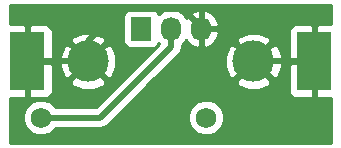
<source format=gbl>
G04 #@! TF.FileFunction,Copper,L2,Bot,Signal*
%FSLAX46Y46*%
G04 Gerber Fmt 4.6, Leading zero omitted, Abs format (unit mm)*
G04 Created by KiCad (PCBNEW (2016-02-15 BZR 6559)-product) date Tuesday, 23 February 2016 'pmt' 19:43:13*
%MOMM*%
G01*
G04 APERTURE LIST*
%ADD10C,0.100000*%
%ADD11C,3.500000*%
%ADD12C,1.750000*%
%ADD13R,3.000000X5.000000*%
%ADD14R,1.727200X2.032000*%
%ADD15O,1.727200X2.032000*%
%ADD16C,0.508000*%
%ADD17C,0.254000*%
G04 APERTURE END LIST*
D10*
D11*
X140773974Y-105468631D03*
X126773974Y-105468631D03*
D12*
X136773974Y-110218631D03*
X122773974Y-110218631D03*
D13*
X145923974Y-105468631D03*
X121623974Y-105468631D03*
D14*
X131260000Y-102700000D03*
D15*
X133800000Y-102700000D03*
X136340000Y-102700000D03*
D16*
X136340000Y-102700000D02*
X136340000Y-102547600D01*
X136340000Y-102547600D02*
X134792400Y-101000000D01*
X134792400Y-101000000D02*
X129500000Y-101000000D01*
X129500000Y-101000000D02*
X126773974Y-103726026D01*
X126773974Y-103726026D02*
X126773974Y-105468631D01*
X126773974Y-105468631D02*
X121623974Y-105468631D01*
X140773974Y-105468631D02*
X143248847Y-105468631D01*
X143248847Y-105468631D02*
X145923974Y-105468631D01*
X136340000Y-102700000D02*
X138005343Y-102700000D01*
X138005343Y-102700000D02*
X140773974Y-105468631D01*
X133800000Y-102700000D02*
X133800000Y-104224000D01*
X127805369Y-110218631D02*
X124011410Y-110218631D01*
X133800000Y-104224000D02*
X127805369Y-110218631D01*
X124011410Y-110218631D02*
X122773974Y-110218631D01*
D17*
G36*
X147373000Y-102333631D02*
X146209724Y-102333631D01*
X146050974Y-102492381D01*
X146050974Y-105341631D01*
X146070974Y-105341631D01*
X146070974Y-105595631D01*
X146050974Y-105595631D01*
X146050974Y-108444881D01*
X146209724Y-108603631D01*
X147373000Y-108603631D01*
X147373000Y-112373000D01*
X120127000Y-112373000D01*
X120127000Y-110517671D01*
X121263712Y-110517671D01*
X121493112Y-111072860D01*
X121917511Y-111498001D01*
X122472299Y-111728369D01*
X123073014Y-111728893D01*
X123628203Y-111499493D01*
X124020750Y-111107631D01*
X127805369Y-111107631D01*
X128145575Y-111039960D01*
X128433987Y-110847249D01*
X128763565Y-110517671D01*
X135263712Y-110517671D01*
X135493112Y-111072860D01*
X135917511Y-111498001D01*
X136472299Y-111728369D01*
X137073014Y-111728893D01*
X137628203Y-111499493D01*
X138053344Y-111075094D01*
X138283712Y-110520306D01*
X138284236Y-109919591D01*
X138054836Y-109364402D01*
X137630437Y-108939261D01*
X137075649Y-108708893D01*
X136474934Y-108708369D01*
X135919745Y-108937769D01*
X135494604Y-109362168D01*
X135264236Y-109916956D01*
X135263712Y-110517671D01*
X128763565Y-110517671D01*
X132118077Y-107163159D01*
X139259051Y-107163159D01*
X139449338Y-107507902D01*
X140330565Y-107859587D01*
X141279297Y-107847272D01*
X142098610Y-107507902D01*
X142288897Y-107163159D01*
X140773974Y-105648236D01*
X139259051Y-107163159D01*
X132118077Y-107163159D01*
X134256014Y-105025222D01*
X138383018Y-105025222D01*
X138395333Y-105973954D01*
X138734703Y-106793267D01*
X139079446Y-106983554D01*
X140594369Y-105468631D01*
X140953579Y-105468631D01*
X142468502Y-106983554D01*
X142813245Y-106793267D01*
X143164930Y-105912040D01*
X143162884Y-105754381D01*
X143788974Y-105754381D01*
X143788974Y-108094941D01*
X143885647Y-108328330D01*
X144064276Y-108506958D01*
X144297665Y-108603631D01*
X145638224Y-108603631D01*
X145796974Y-108444881D01*
X145796974Y-105595631D01*
X143947724Y-105595631D01*
X143788974Y-105754381D01*
X143162884Y-105754381D01*
X143152615Y-104963308D01*
X142813245Y-104143995D01*
X142468502Y-103953708D01*
X140953579Y-105468631D01*
X140594369Y-105468631D01*
X139079446Y-103953708D01*
X138734703Y-104143995D01*
X138383018Y-105025222D01*
X134256014Y-105025222D01*
X134428618Y-104852618D01*
X134621329Y-104564206D01*
X134689000Y-104224000D01*
X134689000Y-104058453D01*
X134859670Y-103944415D01*
X135066461Y-103634931D01*
X135437964Y-104050732D01*
X135965209Y-104304709D01*
X135980974Y-104307358D01*
X136213000Y-104186217D01*
X136213000Y-102827000D01*
X136467000Y-102827000D01*
X136467000Y-104186217D01*
X136699026Y-104307358D01*
X136714791Y-104304709D01*
X137242036Y-104050732D01*
X137489193Y-103774103D01*
X139259051Y-103774103D01*
X140773974Y-105289026D01*
X142288897Y-103774103D01*
X142098610Y-103429360D01*
X141217383Y-103077675D01*
X140268651Y-103089990D01*
X139449338Y-103429360D01*
X139259051Y-103774103D01*
X137489193Y-103774103D01*
X137631954Y-103614320D01*
X137825184Y-103061913D01*
X137690333Y-102842321D01*
X143788974Y-102842321D01*
X143788974Y-105182881D01*
X143947724Y-105341631D01*
X145796974Y-105341631D01*
X145796974Y-102492381D01*
X145638224Y-102333631D01*
X144297665Y-102333631D01*
X144064276Y-102430304D01*
X143885647Y-102608932D01*
X143788974Y-102842321D01*
X137690333Y-102842321D01*
X137680924Y-102827000D01*
X136467000Y-102827000D01*
X136213000Y-102827000D01*
X136193000Y-102827000D01*
X136193000Y-102573000D01*
X136213000Y-102573000D01*
X136213000Y-101213783D01*
X136467000Y-101213783D01*
X136467000Y-102573000D01*
X137680924Y-102573000D01*
X137825184Y-102338087D01*
X137631954Y-101785680D01*
X137242036Y-101349268D01*
X136714791Y-101095291D01*
X136699026Y-101092642D01*
X136467000Y-101213783D01*
X136213000Y-101213783D01*
X135980974Y-101092642D01*
X135965209Y-101095291D01*
X135437964Y-101349268D01*
X135066461Y-101765069D01*
X134859670Y-101455585D01*
X134373489Y-101130729D01*
X133800000Y-101016655D01*
X133226511Y-101130729D01*
X132740330Y-101455585D01*
X132728984Y-101472566D01*
X132721757Y-101436235D01*
X132581409Y-101226191D01*
X132371365Y-101085843D01*
X132123600Y-101036560D01*
X130396400Y-101036560D01*
X130148635Y-101085843D01*
X129938591Y-101226191D01*
X129798243Y-101436235D01*
X129748960Y-101684000D01*
X129748960Y-103716000D01*
X129798243Y-103963765D01*
X129938591Y-104173809D01*
X130148635Y-104314157D01*
X130396400Y-104363440D01*
X132123600Y-104363440D01*
X132371365Y-104314157D01*
X132581409Y-104173809D01*
X132721757Y-103963765D01*
X132728984Y-103927434D01*
X132740330Y-103944415D01*
X132789497Y-103977267D01*
X127437133Y-109329631D01*
X124020126Y-109329631D01*
X123630437Y-108939261D01*
X123075649Y-108708893D01*
X122474934Y-108708369D01*
X121919745Y-108937769D01*
X121494604Y-109362168D01*
X121264236Y-109916956D01*
X121263712Y-110517671D01*
X120127000Y-110517671D01*
X120127000Y-108603631D01*
X121338224Y-108603631D01*
X121496974Y-108444881D01*
X121496974Y-105595631D01*
X121750974Y-105595631D01*
X121750974Y-108444881D01*
X121909724Y-108603631D01*
X123250283Y-108603631D01*
X123483672Y-108506958D01*
X123662301Y-108328330D01*
X123758974Y-108094941D01*
X123758974Y-107163159D01*
X125259051Y-107163159D01*
X125449338Y-107507902D01*
X126330565Y-107859587D01*
X127279297Y-107847272D01*
X128098610Y-107507902D01*
X128288897Y-107163159D01*
X126773974Y-105648236D01*
X125259051Y-107163159D01*
X123758974Y-107163159D01*
X123758974Y-105754381D01*
X123600224Y-105595631D01*
X121750974Y-105595631D01*
X121496974Y-105595631D01*
X121476974Y-105595631D01*
X121476974Y-105341631D01*
X121496974Y-105341631D01*
X121496974Y-102492381D01*
X121750974Y-102492381D01*
X121750974Y-105341631D01*
X123600224Y-105341631D01*
X123758974Y-105182881D01*
X123758974Y-105025222D01*
X124383018Y-105025222D01*
X124395333Y-105973954D01*
X124734703Y-106793267D01*
X125079446Y-106983554D01*
X126594369Y-105468631D01*
X126953579Y-105468631D01*
X128468502Y-106983554D01*
X128813245Y-106793267D01*
X129164930Y-105912040D01*
X129152615Y-104963308D01*
X128813245Y-104143995D01*
X128468502Y-103953708D01*
X126953579Y-105468631D01*
X126594369Y-105468631D01*
X125079446Y-103953708D01*
X124734703Y-104143995D01*
X124383018Y-105025222D01*
X123758974Y-105025222D01*
X123758974Y-103774103D01*
X125259051Y-103774103D01*
X126773974Y-105289026D01*
X128288897Y-103774103D01*
X128098610Y-103429360D01*
X127217383Y-103077675D01*
X126268651Y-103089990D01*
X125449338Y-103429360D01*
X125259051Y-103774103D01*
X123758974Y-103774103D01*
X123758974Y-102842321D01*
X123662301Y-102608932D01*
X123483672Y-102430304D01*
X123250283Y-102333631D01*
X121909724Y-102333631D01*
X121750974Y-102492381D01*
X121496974Y-102492381D01*
X121338224Y-102333631D01*
X120127000Y-102333631D01*
X120127000Y-100710000D01*
X147373000Y-100710000D01*
X147373000Y-102333631D01*
X147373000Y-102333631D01*
G37*
X147373000Y-102333631D02*
X146209724Y-102333631D01*
X146050974Y-102492381D01*
X146050974Y-105341631D01*
X146070974Y-105341631D01*
X146070974Y-105595631D01*
X146050974Y-105595631D01*
X146050974Y-108444881D01*
X146209724Y-108603631D01*
X147373000Y-108603631D01*
X147373000Y-112373000D01*
X120127000Y-112373000D01*
X120127000Y-110517671D01*
X121263712Y-110517671D01*
X121493112Y-111072860D01*
X121917511Y-111498001D01*
X122472299Y-111728369D01*
X123073014Y-111728893D01*
X123628203Y-111499493D01*
X124020750Y-111107631D01*
X127805369Y-111107631D01*
X128145575Y-111039960D01*
X128433987Y-110847249D01*
X128763565Y-110517671D01*
X135263712Y-110517671D01*
X135493112Y-111072860D01*
X135917511Y-111498001D01*
X136472299Y-111728369D01*
X137073014Y-111728893D01*
X137628203Y-111499493D01*
X138053344Y-111075094D01*
X138283712Y-110520306D01*
X138284236Y-109919591D01*
X138054836Y-109364402D01*
X137630437Y-108939261D01*
X137075649Y-108708893D01*
X136474934Y-108708369D01*
X135919745Y-108937769D01*
X135494604Y-109362168D01*
X135264236Y-109916956D01*
X135263712Y-110517671D01*
X128763565Y-110517671D01*
X132118077Y-107163159D01*
X139259051Y-107163159D01*
X139449338Y-107507902D01*
X140330565Y-107859587D01*
X141279297Y-107847272D01*
X142098610Y-107507902D01*
X142288897Y-107163159D01*
X140773974Y-105648236D01*
X139259051Y-107163159D01*
X132118077Y-107163159D01*
X134256014Y-105025222D01*
X138383018Y-105025222D01*
X138395333Y-105973954D01*
X138734703Y-106793267D01*
X139079446Y-106983554D01*
X140594369Y-105468631D01*
X140953579Y-105468631D01*
X142468502Y-106983554D01*
X142813245Y-106793267D01*
X143164930Y-105912040D01*
X143162884Y-105754381D01*
X143788974Y-105754381D01*
X143788974Y-108094941D01*
X143885647Y-108328330D01*
X144064276Y-108506958D01*
X144297665Y-108603631D01*
X145638224Y-108603631D01*
X145796974Y-108444881D01*
X145796974Y-105595631D01*
X143947724Y-105595631D01*
X143788974Y-105754381D01*
X143162884Y-105754381D01*
X143152615Y-104963308D01*
X142813245Y-104143995D01*
X142468502Y-103953708D01*
X140953579Y-105468631D01*
X140594369Y-105468631D01*
X139079446Y-103953708D01*
X138734703Y-104143995D01*
X138383018Y-105025222D01*
X134256014Y-105025222D01*
X134428618Y-104852618D01*
X134621329Y-104564206D01*
X134689000Y-104224000D01*
X134689000Y-104058453D01*
X134859670Y-103944415D01*
X135066461Y-103634931D01*
X135437964Y-104050732D01*
X135965209Y-104304709D01*
X135980974Y-104307358D01*
X136213000Y-104186217D01*
X136213000Y-102827000D01*
X136467000Y-102827000D01*
X136467000Y-104186217D01*
X136699026Y-104307358D01*
X136714791Y-104304709D01*
X137242036Y-104050732D01*
X137489193Y-103774103D01*
X139259051Y-103774103D01*
X140773974Y-105289026D01*
X142288897Y-103774103D01*
X142098610Y-103429360D01*
X141217383Y-103077675D01*
X140268651Y-103089990D01*
X139449338Y-103429360D01*
X139259051Y-103774103D01*
X137489193Y-103774103D01*
X137631954Y-103614320D01*
X137825184Y-103061913D01*
X137690333Y-102842321D01*
X143788974Y-102842321D01*
X143788974Y-105182881D01*
X143947724Y-105341631D01*
X145796974Y-105341631D01*
X145796974Y-102492381D01*
X145638224Y-102333631D01*
X144297665Y-102333631D01*
X144064276Y-102430304D01*
X143885647Y-102608932D01*
X143788974Y-102842321D01*
X137690333Y-102842321D01*
X137680924Y-102827000D01*
X136467000Y-102827000D01*
X136213000Y-102827000D01*
X136193000Y-102827000D01*
X136193000Y-102573000D01*
X136213000Y-102573000D01*
X136213000Y-101213783D01*
X136467000Y-101213783D01*
X136467000Y-102573000D01*
X137680924Y-102573000D01*
X137825184Y-102338087D01*
X137631954Y-101785680D01*
X137242036Y-101349268D01*
X136714791Y-101095291D01*
X136699026Y-101092642D01*
X136467000Y-101213783D01*
X136213000Y-101213783D01*
X135980974Y-101092642D01*
X135965209Y-101095291D01*
X135437964Y-101349268D01*
X135066461Y-101765069D01*
X134859670Y-101455585D01*
X134373489Y-101130729D01*
X133800000Y-101016655D01*
X133226511Y-101130729D01*
X132740330Y-101455585D01*
X132728984Y-101472566D01*
X132721757Y-101436235D01*
X132581409Y-101226191D01*
X132371365Y-101085843D01*
X132123600Y-101036560D01*
X130396400Y-101036560D01*
X130148635Y-101085843D01*
X129938591Y-101226191D01*
X129798243Y-101436235D01*
X129748960Y-101684000D01*
X129748960Y-103716000D01*
X129798243Y-103963765D01*
X129938591Y-104173809D01*
X130148635Y-104314157D01*
X130396400Y-104363440D01*
X132123600Y-104363440D01*
X132371365Y-104314157D01*
X132581409Y-104173809D01*
X132721757Y-103963765D01*
X132728984Y-103927434D01*
X132740330Y-103944415D01*
X132789497Y-103977267D01*
X127437133Y-109329631D01*
X124020126Y-109329631D01*
X123630437Y-108939261D01*
X123075649Y-108708893D01*
X122474934Y-108708369D01*
X121919745Y-108937769D01*
X121494604Y-109362168D01*
X121264236Y-109916956D01*
X121263712Y-110517671D01*
X120127000Y-110517671D01*
X120127000Y-108603631D01*
X121338224Y-108603631D01*
X121496974Y-108444881D01*
X121496974Y-105595631D01*
X121750974Y-105595631D01*
X121750974Y-108444881D01*
X121909724Y-108603631D01*
X123250283Y-108603631D01*
X123483672Y-108506958D01*
X123662301Y-108328330D01*
X123758974Y-108094941D01*
X123758974Y-107163159D01*
X125259051Y-107163159D01*
X125449338Y-107507902D01*
X126330565Y-107859587D01*
X127279297Y-107847272D01*
X128098610Y-107507902D01*
X128288897Y-107163159D01*
X126773974Y-105648236D01*
X125259051Y-107163159D01*
X123758974Y-107163159D01*
X123758974Y-105754381D01*
X123600224Y-105595631D01*
X121750974Y-105595631D01*
X121496974Y-105595631D01*
X121476974Y-105595631D01*
X121476974Y-105341631D01*
X121496974Y-105341631D01*
X121496974Y-102492381D01*
X121750974Y-102492381D01*
X121750974Y-105341631D01*
X123600224Y-105341631D01*
X123758974Y-105182881D01*
X123758974Y-105025222D01*
X124383018Y-105025222D01*
X124395333Y-105973954D01*
X124734703Y-106793267D01*
X125079446Y-106983554D01*
X126594369Y-105468631D01*
X126953579Y-105468631D01*
X128468502Y-106983554D01*
X128813245Y-106793267D01*
X129164930Y-105912040D01*
X129152615Y-104963308D01*
X128813245Y-104143995D01*
X128468502Y-103953708D01*
X126953579Y-105468631D01*
X126594369Y-105468631D01*
X125079446Y-103953708D01*
X124734703Y-104143995D01*
X124383018Y-105025222D01*
X123758974Y-105025222D01*
X123758974Y-103774103D01*
X125259051Y-103774103D01*
X126773974Y-105289026D01*
X128288897Y-103774103D01*
X128098610Y-103429360D01*
X127217383Y-103077675D01*
X126268651Y-103089990D01*
X125449338Y-103429360D01*
X125259051Y-103774103D01*
X123758974Y-103774103D01*
X123758974Y-102842321D01*
X123662301Y-102608932D01*
X123483672Y-102430304D01*
X123250283Y-102333631D01*
X121909724Y-102333631D01*
X121750974Y-102492381D01*
X121496974Y-102492381D01*
X121338224Y-102333631D01*
X120127000Y-102333631D01*
X120127000Y-100710000D01*
X147373000Y-100710000D01*
X147373000Y-102333631D01*
M02*

</source>
